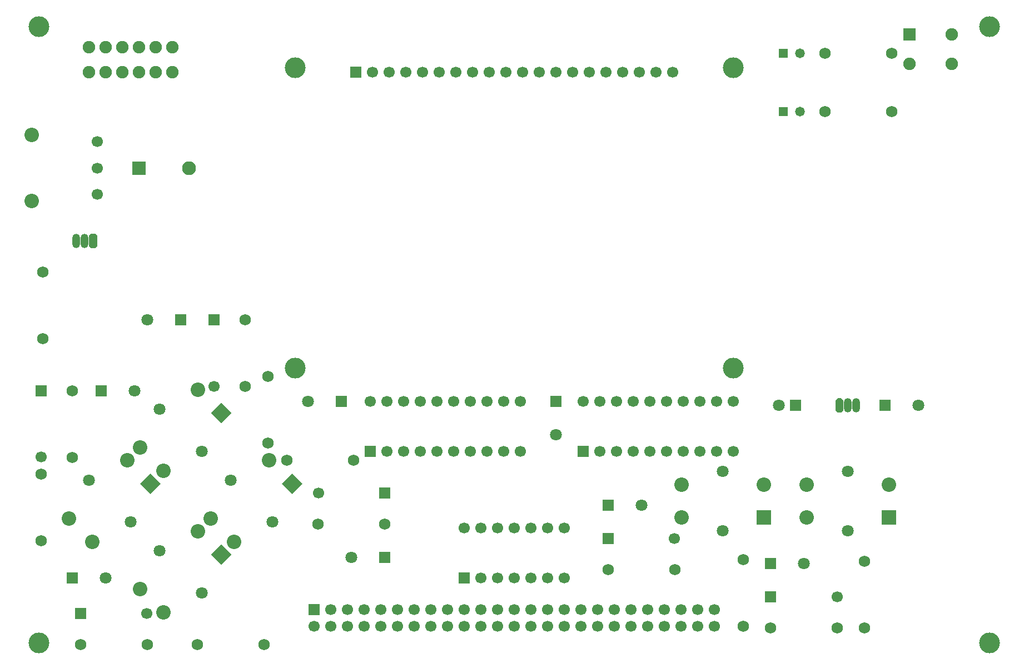
<source format=gbr>
G04 DipTrace 2.4.0.2*
%INTopMask.gbr*%
%MOIN*%
%ADD25R,0.0748X0.0748*%
%ADD26C,0.0748*%
%ADD32R,0.0669X0.0669*%
%ADD33C,0.0669*%
%ADD37C,0.125*%
%ADD38C,0.0709*%
%ADD51C,0.075*%
%ADD53R,0.0867X0.0867*%
%ADD55C,0.0867*%
%ADD57C,0.068*%
%ADD59C,0.068*%
%ADD61O,0.0474X0.0867*%
%ADD63C,0.0828*%
%ADD64R,0.0828X0.0828*%
%ADD65R,0.058X0.058*%
%ADD67C,0.058*%
%ADD70R,0.071X0.071*%
%FSLAX44Y44*%
G04*
G70*
G90*
G75*
G01*
%LNTopMask*%
%LPD*%
D38*
X11940Y24815D3*
D70*
X13940D3*
D38*
X9440Y9315D3*
D70*
X7440D3*
D38*
X11190Y20565D3*
D70*
X9190D3*
D38*
X24190Y10565D3*
D70*
X26190D3*
D38*
X41565Y13690D3*
D70*
X39565D3*
D38*
X51315Y10190D3*
D70*
X49315D3*
D38*
X49815Y19690D3*
D70*
X50815D3*
D38*
X58190D3*
D70*
X56190D3*
D38*
X21570Y19940D3*
D70*
X23570D3*
D38*
X36440Y17940D3*
D70*
Y19940D3*
D32*
X15940Y24815D3*
D33*
Y20839D3*
D32*
X7940Y7190D3*
D33*
X11916D3*
D32*
X5565Y20565D3*
D33*
Y16589D3*
D32*
X26190Y14440D3*
D33*
X22214D3*
D32*
X39565Y11690D3*
D33*
X43541D3*
D32*
X49315Y8190D3*
D33*
X53291D3*
D67*
X51060Y40815D3*
D65*
X50060D3*
D67*
X51065Y37315D3*
D65*
X50065D3*
D37*
X5440Y42440D3*
Y5440D3*
X62440Y42440D3*
Y5440D3*
D32*
X21940Y7440D3*
D33*
Y6440D3*
X22940Y7440D3*
Y6440D3*
X23940Y7440D3*
Y6440D3*
X24940Y7440D3*
Y6440D3*
X25940Y7440D3*
Y6440D3*
X26940Y7440D3*
Y6440D3*
X27940Y7440D3*
Y6440D3*
X28940Y7440D3*
Y6440D3*
X29940Y7440D3*
Y6440D3*
X30940Y7440D3*
Y6440D3*
X31940Y7440D3*
Y6440D3*
X32940Y7440D3*
Y6440D3*
X33940Y7440D3*
Y6440D3*
X34940Y7440D3*
Y6440D3*
X35940Y7440D3*
Y6440D3*
X36940Y7440D3*
Y6440D3*
X37940Y7440D3*
Y6440D3*
X38940Y7440D3*
Y6440D3*
X39940Y7440D3*
Y6440D3*
X40940Y7440D3*
Y6440D3*
X41940Y7440D3*
Y6440D3*
X42940Y7440D3*
Y6440D3*
X43940Y7440D3*
Y6440D3*
X44940Y7440D3*
Y6440D3*
X45940Y7440D3*
Y6440D3*
D32*
X24440Y39690D3*
D33*
X25440D3*
X26440D3*
X27440D3*
X28440D3*
X29440D3*
X30440D3*
X31440D3*
X32440D3*
X33440D3*
X34440D3*
X35440D3*
X36440D3*
X37440D3*
X38440D3*
X39440D3*
X40440D3*
X41440D3*
X42440D3*
X43440D3*
D37*
X20810Y39966D3*
X47070D3*
X20810Y21934D3*
X47070D3*
D64*
X11444Y33940D3*
D63*
X14436D3*
G36*
X8927Y29877D2*
X8805Y29999D1*
X8575D1*
X8453Y29877D1*
Y29253D1*
X8575Y29131D1*
X8805D1*
X8927Y29253D1*
Y29877D1*
G37*
D61*
X8190Y29565D3*
X7690D3*
D59*
X19190Y17440D3*
D57*
Y21440D3*
D59*
X17815Y24815D3*
D57*
Y20815D3*
D59*
X18940Y5315D3*
D57*
X14940D3*
D59*
X7940D3*
D57*
X11940D3*
D59*
X5565Y11565D3*
D57*
Y15565D3*
D59*
X7440Y20565D3*
D57*
Y16565D3*
D59*
X24315Y16377D3*
D57*
X20315D3*
D59*
X26190Y12565D3*
D57*
X22190D3*
D59*
X47690Y6440D3*
D57*
Y10440D3*
D59*
X39565Y9815D3*
D57*
X43565D3*
D59*
X54940Y6315D3*
D57*
Y10315D3*
D59*
X49315Y6315D3*
D57*
X53315D3*
D59*
X52565Y37315D3*
D57*
X56565D3*
D59*
X52565Y40815D3*
D57*
X56565D3*
D59*
X5690Y23690D3*
D57*
Y27690D3*
D33*
X8940Y35515D3*
Y33940D3*
Y32365D3*
D55*
X5003Y35909D3*
Y31971D3*
G36*
X15763Y19234D2*
X16376Y19847D1*
X16989Y19234D1*
X16376Y18621D1*
X15763Y19234D1*
G37*
D55*
X12896Y15754D3*
X14984Y20626D3*
X11504Y17146D3*
D38*
X15193Y16937D3*
X12687Y19443D3*
G36*
X15763Y10734D2*
X16376Y11347D1*
X16989Y10734D1*
X16376Y10121D1*
X15763Y10734D1*
G37*
D55*
X12896Y7254D3*
X14984Y12126D3*
X11504Y8646D3*
D38*
X15193Y8437D3*
X12687Y10943D3*
G36*
X11513Y14984D2*
X12126Y15597D1*
X12739Y14984D1*
X12126Y14371D1*
X11513Y14984D1*
G37*
D55*
X8646Y11504D3*
X10734Y16376D3*
X7254Y12896D3*
D38*
X10943Y12687D3*
X8437Y15193D3*
G36*
X20013Y14984D2*
X20626Y15597D1*
X21239Y14984D1*
X20626Y14371D1*
X20013Y14984D1*
G37*
D55*
X17146Y11504D3*
X19234Y16376D3*
X15754Y12896D3*
D38*
X19443Y12687D3*
X16937Y15193D3*
D53*
X48901Y12956D3*
D55*
X43979D3*
X48901Y14924D3*
X43979D3*
D38*
X46440Y12168D3*
Y15712D3*
D53*
X56401Y12956D3*
D55*
X51479D3*
X56401Y14924D3*
X51479D3*
D38*
X53940Y12168D3*
Y15712D3*
D25*
X57631Y41962D3*
D26*
Y40190D3*
X60190D3*
Y41962D3*
D32*
X30940Y9315D3*
D33*
X31940D3*
X32940D3*
X33940D3*
X34940D3*
X35940D3*
X36940D3*
Y12315D3*
X35940D3*
X34940D3*
X33940D3*
X32940D3*
X31940D3*
X30940D3*
D51*
X13440Y41180D3*
X12440D3*
X11440D3*
X10440D3*
X9440D3*
X8440D3*
X13440Y39680D3*
X12440D3*
X11440D3*
X10440D3*
X9440D3*
X8440D3*
D32*
X25315Y16940D3*
D33*
X26315D3*
X27315D3*
X28315D3*
X29315D3*
X30315D3*
X31315D3*
X32315D3*
X33315D3*
X34315D3*
X25315Y19940D3*
X26315D3*
X27315D3*
X28315D3*
X29315D3*
X30315D3*
X31315D3*
X32315D3*
X33315D3*
X34315D3*
D32*
X38065Y16940D3*
D33*
X39065D3*
X40065D3*
X41065D3*
X42065D3*
X43065D3*
X44065D3*
X45065D3*
X46065D3*
X47065D3*
X38065Y19940D3*
X39065D3*
X40065D3*
X41065D3*
X42065D3*
X43065D3*
X44065D3*
X45065D3*
X46065D3*
X47065D3*
G36*
X53203Y19378D2*
X53325Y19256D1*
X53555D1*
X53677Y19378D1*
Y20002D1*
X53555Y20124D1*
X53325D1*
X53203Y20002D1*
Y19378D1*
G37*
D61*
X53940Y19690D3*
X54440D3*
M02*

</source>
